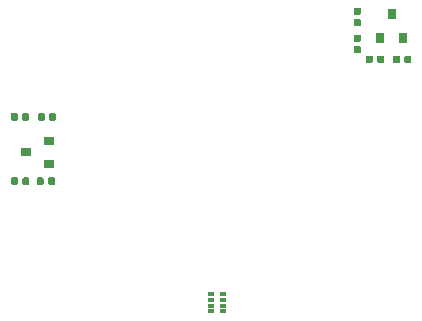
<source format=gbr>
G04 #@! TF.GenerationSoftware,KiCad,Pcbnew,5.1.2+dfsg1-1*
G04 #@! TF.CreationDate,2019-08-07T20:01:01+08:00*
G04 #@! TF.ProjectId,LCD_MINI,4c43445f-4d49-44e4-992e-6b696361645f,rev?*
G04 #@! TF.SameCoordinates,Original*
G04 #@! TF.FileFunction,Paste,Bot*
G04 #@! TF.FilePolarity,Positive*
%FSLAX46Y46*%
G04 Gerber Fmt 4.6, Leading zero omitted, Abs format (unit mm)*
G04 Created by KiCad (PCBNEW 5.1.2+dfsg1-1) date 2019-08-07 20:01:01*
%MOMM*%
%LPD*%
G04 APERTURE LIST*
%ADD10R,0.500000X0.320000*%
%ADD11C,0.100000*%
%ADD12C,0.590000*%
%ADD13R,0.800000X0.900000*%
%ADD14R,0.900000X0.800000*%
G04 APERTURE END LIST*
D10*
X153300000Y-107550000D03*
X153300000Y-107050000D03*
X153300000Y-106050000D03*
X153300000Y-106550000D03*
X154300000Y-107550000D03*
X154300000Y-106550000D03*
X154300000Y-107050000D03*
X154300000Y-106050000D03*
D11*
G36*
X165886958Y-85090710D02*
G01*
X165901276Y-85092834D01*
X165915317Y-85096351D01*
X165928946Y-85101228D01*
X165942031Y-85107417D01*
X165954447Y-85114858D01*
X165966073Y-85123481D01*
X165976798Y-85133202D01*
X165986519Y-85143927D01*
X165995142Y-85155553D01*
X166002583Y-85167969D01*
X166008772Y-85181054D01*
X166013649Y-85194683D01*
X166017166Y-85208724D01*
X166019290Y-85223042D01*
X166020000Y-85237500D01*
X166020000Y-85532500D01*
X166019290Y-85546958D01*
X166017166Y-85561276D01*
X166013649Y-85575317D01*
X166008772Y-85588946D01*
X166002583Y-85602031D01*
X165995142Y-85614447D01*
X165986519Y-85626073D01*
X165976798Y-85636798D01*
X165966073Y-85646519D01*
X165954447Y-85655142D01*
X165942031Y-85662583D01*
X165928946Y-85668772D01*
X165915317Y-85673649D01*
X165901276Y-85677166D01*
X165886958Y-85679290D01*
X165872500Y-85680000D01*
X165527500Y-85680000D01*
X165513042Y-85679290D01*
X165498724Y-85677166D01*
X165484683Y-85673649D01*
X165471054Y-85668772D01*
X165457969Y-85662583D01*
X165445553Y-85655142D01*
X165433927Y-85646519D01*
X165423202Y-85636798D01*
X165413481Y-85626073D01*
X165404858Y-85614447D01*
X165397417Y-85602031D01*
X165391228Y-85588946D01*
X165386351Y-85575317D01*
X165382834Y-85561276D01*
X165380710Y-85546958D01*
X165380000Y-85532500D01*
X165380000Y-85237500D01*
X165380710Y-85223042D01*
X165382834Y-85208724D01*
X165386351Y-85194683D01*
X165391228Y-85181054D01*
X165397417Y-85167969D01*
X165404858Y-85155553D01*
X165413481Y-85143927D01*
X165423202Y-85133202D01*
X165433927Y-85123481D01*
X165445553Y-85114858D01*
X165457969Y-85107417D01*
X165471054Y-85101228D01*
X165484683Y-85096351D01*
X165498724Y-85092834D01*
X165513042Y-85090710D01*
X165527500Y-85090000D01*
X165872500Y-85090000D01*
X165886958Y-85090710D01*
X165886958Y-85090710D01*
G37*
D12*
X165700000Y-85385000D03*
D11*
G36*
X165886958Y-84120710D02*
G01*
X165901276Y-84122834D01*
X165915317Y-84126351D01*
X165928946Y-84131228D01*
X165942031Y-84137417D01*
X165954447Y-84144858D01*
X165966073Y-84153481D01*
X165976798Y-84163202D01*
X165986519Y-84173927D01*
X165995142Y-84185553D01*
X166002583Y-84197969D01*
X166008772Y-84211054D01*
X166013649Y-84224683D01*
X166017166Y-84238724D01*
X166019290Y-84253042D01*
X166020000Y-84267500D01*
X166020000Y-84562500D01*
X166019290Y-84576958D01*
X166017166Y-84591276D01*
X166013649Y-84605317D01*
X166008772Y-84618946D01*
X166002583Y-84632031D01*
X165995142Y-84644447D01*
X165986519Y-84656073D01*
X165976798Y-84666798D01*
X165966073Y-84676519D01*
X165954447Y-84685142D01*
X165942031Y-84692583D01*
X165928946Y-84698772D01*
X165915317Y-84703649D01*
X165901276Y-84707166D01*
X165886958Y-84709290D01*
X165872500Y-84710000D01*
X165527500Y-84710000D01*
X165513042Y-84709290D01*
X165498724Y-84707166D01*
X165484683Y-84703649D01*
X165471054Y-84698772D01*
X165457969Y-84692583D01*
X165445553Y-84685142D01*
X165433927Y-84676519D01*
X165423202Y-84666798D01*
X165413481Y-84656073D01*
X165404858Y-84644447D01*
X165397417Y-84632031D01*
X165391228Y-84618946D01*
X165386351Y-84605317D01*
X165382834Y-84591276D01*
X165380710Y-84576958D01*
X165380000Y-84562500D01*
X165380000Y-84267500D01*
X165380710Y-84253042D01*
X165382834Y-84238724D01*
X165386351Y-84224683D01*
X165391228Y-84211054D01*
X165397417Y-84197969D01*
X165404858Y-84185553D01*
X165413481Y-84173927D01*
X165423202Y-84163202D01*
X165433927Y-84153481D01*
X165445553Y-84144858D01*
X165457969Y-84137417D01*
X165471054Y-84131228D01*
X165484683Y-84126351D01*
X165498724Y-84122834D01*
X165513042Y-84120710D01*
X165527500Y-84120000D01*
X165872500Y-84120000D01*
X165886958Y-84120710D01*
X165886958Y-84120710D01*
G37*
D12*
X165700000Y-84415000D03*
D11*
G36*
X167846958Y-85880710D02*
G01*
X167861276Y-85882834D01*
X167875317Y-85886351D01*
X167888946Y-85891228D01*
X167902031Y-85897417D01*
X167914447Y-85904858D01*
X167926073Y-85913481D01*
X167936798Y-85923202D01*
X167946519Y-85933927D01*
X167955142Y-85945553D01*
X167962583Y-85957969D01*
X167968772Y-85971054D01*
X167973649Y-85984683D01*
X167977166Y-85998724D01*
X167979290Y-86013042D01*
X167980000Y-86027500D01*
X167980000Y-86372500D01*
X167979290Y-86386958D01*
X167977166Y-86401276D01*
X167973649Y-86415317D01*
X167968772Y-86428946D01*
X167962583Y-86442031D01*
X167955142Y-86454447D01*
X167946519Y-86466073D01*
X167936798Y-86476798D01*
X167926073Y-86486519D01*
X167914447Y-86495142D01*
X167902031Y-86502583D01*
X167888946Y-86508772D01*
X167875317Y-86513649D01*
X167861276Y-86517166D01*
X167846958Y-86519290D01*
X167832500Y-86520000D01*
X167537500Y-86520000D01*
X167523042Y-86519290D01*
X167508724Y-86517166D01*
X167494683Y-86513649D01*
X167481054Y-86508772D01*
X167467969Y-86502583D01*
X167455553Y-86495142D01*
X167443927Y-86486519D01*
X167433202Y-86476798D01*
X167423481Y-86466073D01*
X167414858Y-86454447D01*
X167407417Y-86442031D01*
X167401228Y-86428946D01*
X167396351Y-86415317D01*
X167392834Y-86401276D01*
X167390710Y-86386958D01*
X167390000Y-86372500D01*
X167390000Y-86027500D01*
X167390710Y-86013042D01*
X167392834Y-85998724D01*
X167396351Y-85984683D01*
X167401228Y-85971054D01*
X167407417Y-85957969D01*
X167414858Y-85945553D01*
X167423481Y-85933927D01*
X167433202Y-85923202D01*
X167443927Y-85913481D01*
X167455553Y-85904858D01*
X167467969Y-85897417D01*
X167481054Y-85891228D01*
X167494683Y-85886351D01*
X167508724Y-85882834D01*
X167523042Y-85880710D01*
X167537500Y-85880000D01*
X167832500Y-85880000D01*
X167846958Y-85880710D01*
X167846958Y-85880710D01*
G37*
D12*
X167685000Y-86200000D03*
D11*
G36*
X166876958Y-85880710D02*
G01*
X166891276Y-85882834D01*
X166905317Y-85886351D01*
X166918946Y-85891228D01*
X166932031Y-85897417D01*
X166944447Y-85904858D01*
X166956073Y-85913481D01*
X166966798Y-85923202D01*
X166976519Y-85933927D01*
X166985142Y-85945553D01*
X166992583Y-85957969D01*
X166998772Y-85971054D01*
X167003649Y-85984683D01*
X167007166Y-85998724D01*
X167009290Y-86013042D01*
X167010000Y-86027500D01*
X167010000Y-86372500D01*
X167009290Y-86386958D01*
X167007166Y-86401276D01*
X167003649Y-86415317D01*
X166998772Y-86428946D01*
X166992583Y-86442031D01*
X166985142Y-86454447D01*
X166976519Y-86466073D01*
X166966798Y-86476798D01*
X166956073Y-86486519D01*
X166944447Y-86495142D01*
X166932031Y-86502583D01*
X166918946Y-86508772D01*
X166905317Y-86513649D01*
X166891276Y-86517166D01*
X166876958Y-86519290D01*
X166862500Y-86520000D01*
X166567500Y-86520000D01*
X166553042Y-86519290D01*
X166538724Y-86517166D01*
X166524683Y-86513649D01*
X166511054Y-86508772D01*
X166497969Y-86502583D01*
X166485553Y-86495142D01*
X166473927Y-86486519D01*
X166463202Y-86476798D01*
X166453481Y-86466073D01*
X166444858Y-86454447D01*
X166437417Y-86442031D01*
X166431228Y-86428946D01*
X166426351Y-86415317D01*
X166422834Y-86401276D01*
X166420710Y-86386958D01*
X166420000Y-86372500D01*
X166420000Y-86027500D01*
X166420710Y-86013042D01*
X166422834Y-85998724D01*
X166426351Y-85984683D01*
X166431228Y-85971054D01*
X166437417Y-85957969D01*
X166444858Y-85945553D01*
X166453481Y-85933927D01*
X166463202Y-85923202D01*
X166473927Y-85913481D01*
X166485553Y-85904858D01*
X166497969Y-85897417D01*
X166511054Y-85891228D01*
X166524683Y-85886351D01*
X166538724Y-85882834D01*
X166553042Y-85880710D01*
X166567500Y-85880000D01*
X166862500Y-85880000D01*
X166876958Y-85880710D01*
X166876958Y-85880710D01*
G37*
D12*
X166715000Y-86200000D03*
D11*
G36*
X170146958Y-85880710D02*
G01*
X170161276Y-85882834D01*
X170175317Y-85886351D01*
X170188946Y-85891228D01*
X170202031Y-85897417D01*
X170214447Y-85904858D01*
X170226073Y-85913481D01*
X170236798Y-85923202D01*
X170246519Y-85933927D01*
X170255142Y-85945553D01*
X170262583Y-85957969D01*
X170268772Y-85971054D01*
X170273649Y-85984683D01*
X170277166Y-85998724D01*
X170279290Y-86013042D01*
X170280000Y-86027500D01*
X170280000Y-86372500D01*
X170279290Y-86386958D01*
X170277166Y-86401276D01*
X170273649Y-86415317D01*
X170268772Y-86428946D01*
X170262583Y-86442031D01*
X170255142Y-86454447D01*
X170246519Y-86466073D01*
X170236798Y-86476798D01*
X170226073Y-86486519D01*
X170214447Y-86495142D01*
X170202031Y-86502583D01*
X170188946Y-86508772D01*
X170175317Y-86513649D01*
X170161276Y-86517166D01*
X170146958Y-86519290D01*
X170132500Y-86520000D01*
X169837500Y-86520000D01*
X169823042Y-86519290D01*
X169808724Y-86517166D01*
X169794683Y-86513649D01*
X169781054Y-86508772D01*
X169767969Y-86502583D01*
X169755553Y-86495142D01*
X169743927Y-86486519D01*
X169733202Y-86476798D01*
X169723481Y-86466073D01*
X169714858Y-86454447D01*
X169707417Y-86442031D01*
X169701228Y-86428946D01*
X169696351Y-86415317D01*
X169692834Y-86401276D01*
X169690710Y-86386958D01*
X169690000Y-86372500D01*
X169690000Y-86027500D01*
X169690710Y-86013042D01*
X169692834Y-85998724D01*
X169696351Y-85984683D01*
X169701228Y-85971054D01*
X169707417Y-85957969D01*
X169714858Y-85945553D01*
X169723481Y-85933927D01*
X169733202Y-85923202D01*
X169743927Y-85913481D01*
X169755553Y-85904858D01*
X169767969Y-85897417D01*
X169781054Y-85891228D01*
X169794683Y-85886351D01*
X169808724Y-85882834D01*
X169823042Y-85880710D01*
X169837500Y-85880000D01*
X170132500Y-85880000D01*
X170146958Y-85880710D01*
X170146958Y-85880710D01*
G37*
D12*
X169985000Y-86200000D03*
D11*
G36*
X169176958Y-85880710D02*
G01*
X169191276Y-85882834D01*
X169205317Y-85886351D01*
X169218946Y-85891228D01*
X169232031Y-85897417D01*
X169244447Y-85904858D01*
X169256073Y-85913481D01*
X169266798Y-85923202D01*
X169276519Y-85933927D01*
X169285142Y-85945553D01*
X169292583Y-85957969D01*
X169298772Y-85971054D01*
X169303649Y-85984683D01*
X169307166Y-85998724D01*
X169309290Y-86013042D01*
X169310000Y-86027500D01*
X169310000Y-86372500D01*
X169309290Y-86386958D01*
X169307166Y-86401276D01*
X169303649Y-86415317D01*
X169298772Y-86428946D01*
X169292583Y-86442031D01*
X169285142Y-86454447D01*
X169276519Y-86466073D01*
X169266798Y-86476798D01*
X169256073Y-86486519D01*
X169244447Y-86495142D01*
X169232031Y-86502583D01*
X169218946Y-86508772D01*
X169205317Y-86513649D01*
X169191276Y-86517166D01*
X169176958Y-86519290D01*
X169162500Y-86520000D01*
X168867500Y-86520000D01*
X168853042Y-86519290D01*
X168838724Y-86517166D01*
X168824683Y-86513649D01*
X168811054Y-86508772D01*
X168797969Y-86502583D01*
X168785553Y-86495142D01*
X168773927Y-86486519D01*
X168763202Y-86476798D01*
X168753481Y-86466073D01*
X168744858Y-86454447D01*
X168737417Y-86442031D01*
X168731228Y-86428946D01*
X168726351Y-86415317D01*
X168722834Y-86401276D01*
X168720710Y-86386958D01*
X168720000Y-86372500D01*
X168720000Y-86027500D01*
X168720710Y-86013042D01*
X168722834Y-85998724D01*
X168726351Y-85984683D01*
X168731228Y-85971054D01*
X168737417Y-85957969D01*
X168744858Y-85945553D01*
X168753481Y-85933927D01*
X168763202Y-85923202D01*
X168773927Y-85913481D01*
X168785553Y-85904858D01*
X168797969Y-85897417D01*
X168811054Y-85891228D01*
X168824683Y-85886351D01*
X168838724Y-85882834D01*
X168853042Y-85880710D01*
X168867500Y-85880000D01*
X169162500Y-85880000D01*
X169176958Y-85880710D01*
X169176958Y-85880710D01*
G37*
D12*
X169015000Y-86200000D03*
D11*
G36*
X139006958Y-96200710D02*
G01*
X139021276Y-96202834D01*
X139035317Y-96206351D01*
X139048946Y-96211228D01*
X139062031Y-96217417D01*
X139074447Y-96224858D01*
X139086073Y-96233481D01*
X139096798Y-96243202D01*
X139106519Y-96253927D01*
X139115142Y-96265553D01*
X139122583Y-96277969D01*
X139128772Y-96291054D01*
X139133649Y-96304683D01*
X139137166Y-96318724D01*
X139139290Y-96333042D01*
X139140000Y-96347500D01*
X139140000Y-96692500D01*
X139139290Y-96706958D01*
X139137166Y-96721276D01*
X139133649Y-96735317D01*
X139128772Y-96748946D01*
X139122583Y-96762031D01*
X139115142Y-96774447D01*
X139106519Y-96786073D01*
X139096798Y-96796798D01*
X139086073Y-96806519D01*
X139074447Y-96815142D01*
X139062031Y-96822583D01*
X139048946Y-96828772D01*
X139035317Y-96833649D01*
X139021276Y-96837166D01*
X139006958Y-96839290D01*
X138992500Y-96840000D01*
X138697500Y-96840000D01*
X138683042Y-96839290D01*
X138668724Y-96837166D01*
X138654683Y-96833649D01*
X138641054Y-96828772D01*
X138627969Y-96822583D01*
X138615553Y-96815142D01*
X138603927Y-96806519D01*
X138593202Y-96796798D01*
X138583481Y-96786073D01*
X138574858Y-96774447D01*
X138567417Y-96762031D01*
X138561228Y-96748946D01*
X138556351Y-96735317D01*
X138552834Y-96721276D01*
X138550710Y-96706958D01*
X138550000Y-96692500D01*
X138550000Y-96347500D01*
X138550710Y-96333042D01*
X138552834Y-96318724D01*
X138556351Y-96304683D01*
X138561228Y-96291054D01*
X138567417Y-96277969D01*
X138574858Y-96265553D01*
X138583481Y-96253927D01*
X138593202Y-96243202D01*
X138603927Y-96233481D01*
X138615553Y-96224858D01*
X138627969Y-96217417D01*
X138641054Y-96211228D01*
X138654683Y-96206351D01*
X138668724Y-96202834D01*
X138683042Y-96200710D01*
X138697500Y-96200000D01*
X138992500Y-96200000D01*
X139006958Y-96200710D01*
X139006958Y-96200710D01*
G37*
D12*
X138845000Y-96520000D03*
D11*
G36*
X139976958Y-96200710D02*
G01*
X139991276Y-96202834D01*
X140005317Y-96206351D01*
X140018946Y-96211228D01*
X140032031Y-96217417D01*
X140044447Y-96224858D01*
X140056073Y-96233481D01*
X140066798Y-96243202D01*
X140076519Y-96253927D01*
X140085142Y-96265553D01*
X140092583Y-96277969D01*
X140098772Y-96291054D01*
X140103649Y-96304683D01*
X140107166Y-96318724D01*
X140109290Y-96333042D01*
X140110000Y-96347500D01*
X140110000Y-96692500D01*
X140109290Y-96706958D01*
X140107166Y-96721276D01*
X140103649Y-96735317D01*
X140098772Y-96748946D01*
X140092583Y-96762031D01*
X140085142Y-96774447D01*
X140076519Y-96786073D01*
X140066798Y-96796798D01*
X140056073Y-96806519D01*
X140044447Y-96815142D01*
X140032031Y-96822583D01*
X140018946Y-96828772D01*
X140005317Y-96833649D01*
X139991276Y-96837166D01*
X139976958Y-96839290D01*
X139962500Y-96840000D01*
X139667500Y-96840000D01*
X139653042Y-96839290D01*
X139638724Y-96837166D01*
X139624683Y-96833649D01*
X139611054Y-96828772D01*
X139597969Y-96822583D01*
X139585553Y-96815142D01*
X139573927Y-96806519D01*
X139563202Y-96796798D01*
X139553481Y-96786073D01*
X139544858Y-96774447D01*
X139537417Y-96762031D01*
X139531228Y-96748946D01*
X139526351Y-96735317D01*
X139522834Y-96721276D01*
X139520710Y-96706958D01*
X139520000Y-96692500D01*
X139520000Y-96347500D01*
X139520710Y-96333042D01*
X139522834Y-96318724D01*
X139526351Y-96304683D01*
X139531228Y-96291054D01*
X139537417Y-96277969D01*
X139544858Y-96265553D01*
X139553481Y-96253927D01*
X139563202Y-96243202D01*
X139573927Y-96233481D01*
X139585553Y-96224858D01*
X139597969Y-96217417D01*
X139611054Y-96211228D01*
X139624683Y-96206351D01*
X139638724Y-96202834D01*
X139653042Y-96200710D01*
X139667500Y-96200000D01*
X139962500Y-96200000D01*
X139976958Y-96200710D01*
X139976958Y-96200710D01*
G37*
D12*
X139815000Y-96520000D03*
D11*
G36*
X137776958Y-90760710D02*
G01*
X137791276Y-90762834D01*
X137805317Y-90766351D01*
X137818946Y-90771228D01*
X137832031Y-90777417D01*
X137844447Y-90784858D01*
X137856073Y-90793481D01*
X137866798Y-90803202D01*
X137876519Y-90813927D01*
X137885142Y-90825553D01*
X137892583Y-90837969D01*
X137898772Y-90851054D01*
X137903649Y-90864683D01*
X137907166Y-90878724D01*
X137909290Y-90893042D01*
X137910000Y-90907500D01*
X137910000Y-91252500D01*
X137909290Y-91266958D01*
X137907166Y-91281276D01*
X137903649Y-91295317D01*
X137898772Y-91308946D01*
X137892583Y-91322031D01*
X137885142Y-91334447D01*
X137876519Y-91346073D01*
X137866798Y-91356798D01*
X137856073Y-91366519D01*
X137844447Y-91375142D01*
X137832031Y-91382583D01*
X137818946Y-91388772D01*
X137805317Y-91393649D01*
X137791276Y-91397166D01*
X137776958Y-91399290D01*
X137762500Y-91400000D01*
X137467500Y-91400000D01*
X137453042Y-91399290D01*
X137438724Y-91397166D01*
X137424683Y-91393649D01*
X137411054Y-91388772D01*
X137397969Y-91382583D01*
X137385553Y-91375142D01*
X137373927Y-91366519D01*
X137363202Y-91356798D01*
X137353481Y-91346073D01*
X137344858Y-91334447D01*
X137337417Y-91322031D01*
X137331228Y-91308946D01*
X137326351Y-91295317D01*
X137322834Y-91281276D01*
X137320710Y-91266958D01*
X137320000Y-91252500D01*
X137320000Y-90907500D01*
X137320710Y-90893042D01*
X137322834Y-90878724D01*
X137326351Y-90864683D01*
X137331228Y-90851054D01*
X137337417Y-90837969D01*
X137344858Y-90825553D01*
X137353481Y-90813927D01*
X137363202Y-90803202D01*
X137373927Y-90793481D01*
X137385553Y-90784858D01*
X137397969Y-90777417D01*
X137411054Y-90771228D01*
X137424683Y-90766351D01*
X137438724Y-90762834D01*
X137453042Y-90760710D01*
X137467500Y-90760000D01*
X137762500Y-90760000D01*
X137776958Y-90760710D01*
X137776958Y-90760710D01*
G37*
D12*
X137615000Y-91080000D03*
D11*
G36*
X136806958Y-90760710D02*
G01*
X136821276Y-90762834D01*
X136835317Y-90766351D01*
X136848946Y-90771228D01*
X136862031Y-90777417D01*
X136874447Y-90784858D01*
X136886073Y-90793481D01*
X136896798Y-90803202D01*
X136906519Y-90813927D01*
X136915142Y-90825553D01*
X136922583Y-90837969D01*
X136928772Y-90851054D01*
X136933649Y-90864683D01*
X136937166Y-90878724D01*
X136939290Y-90893042D01*
X136940000Y-90907500D01*
X136940000Y-91252500D01*
X136939290Y-91266958D01*
X136937166Y-91281276D01*
X136933649Y-91295317D01*
X136928772Y-91308946D01*
X136922583Y-91322031D01*
X136915142Y-91334447D01*
X136906519Y-91346073D01*
X136896798Y-91356798D01*
X136886073Y-91366519D01*
X136874447Y-91375142D01*
X136862031Y-91382583D01*
X136848946Y-91388772D01*
X136835317Y-91393649D01*
X136821276Y-91397166D01*
X136806958Y-91399290D01*
X136792500Y-91400000D01*
X136497500Y-91400000D01*
X136483042Y-91399290D01*
X136468724Y-91397166D01*
X136454683Y-91393649D01*
X136441054Y-91388772D01*
X136427969Y-91382583D01*
X136415553Y-91375142D01*
X136403927Y-91366519D01*
X136393202Y-91356798D01*
X136383481Y-91346073D01*
X136374858Y-91334447D01*
X136367417Y-91322031D01*
X136361228Y-91308946D01*
X136356351Y-91295317D01*
X136352834Y-91281276D01*
X136350710Y-91266958D01*
X136350000Y-91252500D01*
X136350000Y-90907500D01*
X136350710Y-90893042D01*
X136352834Y-90878724D01*
X136356351Y-90864683D01*
X136361228Y-90851054D01*
X136367417Y-90837969D01*
X136374858Y-90825553D01*
X136383481Y-90813927D01*
X136393202Y-90803202D01*
X136403927Y-90793481D01*
X136415553Y-90784858D01*
X136427969Y-90777417D01*
X136441054Y-90771228D01*
X136454683Y-90766351D01*
X136468724Y-90762834D01*
X136483042Y-90760710D01*
X136497500Y-90760000D01*
X136792500Y-90760000D01*
X136806958Y-90760710D01*
X136806958Y-90760710D01*
G37*
D12*
X136645000Y-91080000D03*
D11*
G36*
X139106958Y-90760710D02*
G01*
X139121276Y-90762834D01*
X139135317Y-90766351D01*
X139148946Y-90771228D01*
X139162031Y-90777417D01*
X139174447Y-90784858D01*
X139186073Y-90793481D01*
X139196798Y-90803202D01*
X139206519Y-90813927D01*
X139215142Y-90825553D01*
X139222583Y-90837969D01*
X139228772Y-90851054D01*
X139233649Y-90864683D01*
X139237166Y-90878724D01*
X139239290Y-90893042D01*
X139240000Y-90907500D01*
X139240000Y-91252500D01*
X139239290Y-91266958D01*
X139237166Y-91281276D01*
X139233649Y-91295317D01*
X139228772Y-91308946D01*
X139222583Y-91322031D01*
X139215142Y-91334447D01*
X139206519Y-91346073D01*
X139196798Y-91356798D01*
X139186073Y-91366519D01*
X139174447Y-91375142D01*
X139162031Y-91382583D01*
X139148946Y-91388772D01*
X139135317Y-91393649D01*
X139121276Y-91397166D01*
X139106958Y-91399290D01*
X139092500Y-91400000D01*
X138797500Y-91400000D01*
X138783042Y-91399290D01*
X138768724Y-91397166D01*
X138754683Y-91393649D01*
X138741054Y-91388772D01*
X138727969Y-91382583D01*
X138715553Y-91375142D01*
X138703927Y-91366519D01*
X138693202Y-91356798D01*
X138683481Y-91346073D01*
X138674858Y-91334447D01*
X138667417Y-91322031D01*
X138661228Y-91308946D01*
X138656351Y-91295317D01*
X138652834Y-91281276D01*
X138650710Y-91266958D01*
X138650000Y-91252500D01*
X138650000Y-90907500D01*
X138650710Y-90893042D01*
X138652834Y-90878724D01*
X138656351Y-90864683D01*
X138661228Y-90851054D01*
X138667417Y-90837969D01*
X138674858Y-90825553D01*
X138683481Y-90813927D01*
X138693202Y-90803202D01*
X138703927Y-90793481D01*
X138715553Y-90784858D01*
X138727969Y-90777417D01*
X138741054Y-90771228D01*
X138754683Y-90766351D01*
X138768724Y-90762834D01*
X138783042Y-90760710D01*
X138797500Y-90760000D01*
X139092500Y-90760000D01*
X139106958Y-90760710D01*
X139106958Y-90760710D01*
G37*
D12*
X138945000Y-91080000D03*
D11*
G36*
X140076958Y-90760710D02*
G01*
X140091276Y-90762834D01*
X140105317Y-90766351D01*
X140118946Y-90771228D01*
X140132031Y-90777417D01*
X140144447Y-90784858D01*
X140156073Y-90793481D01*
X140166798Y-90803202D01*
X140176519Y-90813927D01*
X140185142Y-90825553D01*
X140192583Y-90837969D01*
X140198772Y-90851054D01*
X140203649Y-90864683D01*
X140207166Y-90878724D01*
X140209290Y-90893042D01*
X140210000Y-90907500D01*
X140210000Y-91252500D01*
X140209290Y-91266958D01*
X140207166Y-91281276D01*
X140203649Y-91295317D01*
X140198772Y-91308946D01*
X140192583Y-91322031D01*
X140185142Y-91334447D01*
X140176519Y-91346073D01*
X140166798Y-91356798D01*
X140156073Y-91366519D01*
X140144447Y-91375142D01*
X140132031Y-91382583D01*
X140118946Y-91388772D01*
X140105317Y-91393649D01*
X140091276Y-91397166D01*
X140076958Y-91399290D01*
X140062500Y-91400000D01*
X139767500Y-91400000D01*
X139753042Y-91399290D01*
X139738724Y-91397166D01*
X139724683Y-91393649D01*
X139711054Y-91388772D01*
X139697969Y-91382583D01*
X139685553Y-91375142D01*
X139673927Y-91366519D01*
X139663202Y-91356798D01*
X139653481Y-91346073D01*
X139644858Y-91334447D01*
X139637417Y-91322031D01*
X139631228Y-91308946D01*
X139626351Y-91295317D01*
X139622834Y-91281276D01*
X139620710Y-91266958D01*
X139620000Y-91252500D01*
X139620000Y-90907500D01*
X139620710Y-90893042D01*
X139622834Y-90878724D01*
X139626351Y-90864683D01*
X139631228Y-90851054D01*
X139637417Y-90837969D01*
X139644858Y-90825553D01*
X139653481Y-90813927D01*
X139663202Y-90803202D01*
X139673927Y-90793481D01*
X139685553Y-90784858D01*
X139697969Y-90777417D01*
X139711054Y-90771228D01*
X139724683Y-90766351D01*
X139738724Y-90762834D01*
X139753042Y-90760710D01*
X139767500Y-90760000D01*
X140062500Y-90760000D01*
X140076958Y-90760710D01*
X140076958Y-90760710D01*
G37*
D12*
X139915000Y-91080000D03*
D13*
X168600000Y-82400000D03*
X167650000Y-84400000D03*
X169550000Y-84400000D03*
D14*
X137630000Y-94080000D03*
X139630000Y-95030000D03*
X139630000Y-93130000D03*
D11*
G36*
X165886958Y-82805710D02*
G01*
X165901276Y-82807834D01*
X165915317Y-82811351D01*
X165928946Y-82816228D01*
X165942031Y-82822417D01*
X165954447Y-82829858D01*
X165966073Y-82838481D01*
X165976798Y-82848202D01*
X165986519Y-82858927D01*
X165995142Y-82870553D01*
X166002583Y-82882969D01*
X166008772Y-82896054D01*
X166013649Y-82909683D01*
X166017166Y-82923724D01*
X166019290Y-82938042D01*
X166020000Y-82952500D01*
X166020000Y-83247500D01*
X166019290Y-83261958D01*
X166017166Y-83276276D01*
X166013649Y-83290317D01*
X166008772Y-83303946D01*
X166002583Y-83317031D01*
X165995142Y-83329447D01*
X165986519Y-83341073D01*
X165976798Y-83351798D01*
X165966073Y-83361519D01*
X165954447Y-83370142D01*
X165942031Y-83377583D01*
X165928946Y-83383772D01*
X165915317Y-83388649D01*
X165901276Y-83392166D01*
X165886958Y-83394290D01*
X165872500Y-83395000D01*
X165527500Y-83395000D01*
X165513042Y-83394290D01*
X165498724Y-83392166D01*
X165484683Y-83388649D01*
X165471054Y-83383772D01*
X165457969Y-83377583D01*
X165445553Y-83370142D01*
X165433927Y-83361519D01*
X165423202Y-83351798D01*
X165413481Y-83341073D01*
X165404858Y-83329447D01*
X165397417Y-83317031D01*
X165391228Y-83303946D01*
X165386351Y-83290317D01*
X165382834Y-83276276D01*
X165380710Y-83261958D01*
X165380000Y-83247500D01*
X165380000Y-82952500D01*
X165380710Y-82938042D01*
X165382834Y-82923724D01*
X165386351Y-82909683D01*
X165391228Y-82896054D01*
X165397417Y-82882969D01*
X165404858Y-82870553D01*
X165413481Y-82858927D01*
X165423202Y-82848202D01*
X165433927Y-82838481D01*
X165445553Y-82829858D01*
X165457969Y-82822417D01*
X165471054Y-82816228D01*
X165484683Y-82811351D01*
X165498724Y-82807834D01*
X165513042Y-82805710D01*
X165527500Y-82805000D01*
X165872500Y-82805000D01*
X165886958Y-82805710D01*
X165886958Y-82805710D01*
G37*
D12*
X165700000Y-83100000D03*
D11*
G36*
X165886958Y-81835710D02*
G01*
X165901276Y-81837834D01*
X165915317Y-81841351D01*
X165928946Y-81846228D01*
X165942031Y-81852417D01*
X165954447Y-81859858D01*
X165966073Y-81868481D01*
X165976798Y-81878202D01*
X165986519Y-81888927D01*
X165995142Y-81900553D01*
X166002583Y-81912969D01*
X166008772Y-81926054D01*
X166013649Y-81939683D01*
X166017166Y-81953724D01*
X166019290Y-81968042D01*
X166020000Y-81982500D01*
X166020000Y-82277500D01*
X166019290Y-82291958D01*
X166017166Y-82306276D01*
X166013649Y-82320317D01*
X166008772Y-82333946D01*
X166002583Y-82347031D01*
X165995142Y-82359447D01*
X165986519Y-82371073D01*
X165976798Y-82381798D01*
X165966073Y-82391519D01*
X165954447Y-82400142D01*
X165942031Y-82407583D01*
X165928946Y-82413772D01*
X165915317Y-82418649D01*
X165901276Y-82422166D01*
X165886958Y-82424290D01*
X165872500Y-82425000D01*
X165527500Y-82425000D01*
X165513042Y-82424290D01*
X165498724Y-82422166D01*
X165484683Y-82418649D01*
X165471054Y-82413772D01*
X165457969Y-82407583D01*
X165445553Y-82400142D01*
X165433927Y-82391519D01*
X165423202Y-82381798D01*
X165413481Y-82371073D01*
X165404858Y-82359447D01*
X165397417Y-82347031D01*
X165391228Y-82333946D01*
X165386351Y-82320317D01*
X165382834Y-82306276D01*
X165380710Y-82291958D01*
X165380000Y-82277500D01*
X165380000Y-81982500D01*
X165380710Y-81968042D01*
X165382834Y-81953724D01*
X165386351Y-81939683D01*
X165391228Y-81926054D01*
X165397417Y-81912969D01*
X165404858Y-81900553D01*
X165413481Y-81888927D01*
X165423202Y-81878202D01*
X165433927Y-81868481D01*
X165445553Y-81859858D01*
X165457969Y-81852417D01*
X165471054Y-81846228D01*
X165484683Y-81841351D01*
X165498724Y-81837834D01*
X165513042Y-81835710D01*
X165527500Y-81835000D01*
X165872500Y-81835000D01*
X165886958Y-81835710D01*
X165886958Y-81835710D01*
G37*
D12*
X165700000Y-82130000D03*
D11*
G36*
X137806958Y-96200710D02*
G01*
X137821276Y-96202834D01*
X137835317Y-96206351D01*
X137848946Y-96211228D01*
X137862031Y-96217417D01*
X137874447Y-96224858D01*
X137886073Y-96233481D01*
X137896798Y-96243202D01*
X137906519Y-96253927D01*
X137915142Y-96265553D01*
X137922583Y-96277969D01*
X137928772Y-96291054D01*
X137933649Y-96304683D01*
X137937166Y-96318724D01*
X137939290Y-96333042D01*
X137940000Y-96347500D01*
X137940000Y-96692500D01*
X137939290Y-96706958D01*
X137937166Y-96721276D01*
X137933649Y-96735317D01*
X137928772Y-96748946D01*
X137922583Y-96762031D01*
X137915142Y-96774447D01*
X137906519Y-96786073D01*
X137896798Y-96796798D01*
X137886073Y-96806519D01*
X137874447Y-96815142D01*
X137862031Y-96822583D01*
X137848946Y-96828772D01*
X137835317Y-96833649D01*
X137821276Y-96837166D01*
X137806958Y-96839290D01*
X137792500Y-96840000D01*
X137497500Y-96840000D01*
X137483042Y-96839290D01*
X137468724Y-96837166D01*
X137454683Y-96833649D01*
X137441054Y-96828772D01*
X137427969Y-96822583D01*
X137415553Y-96815142D01*
X137403927Y-96806519D01*
X137393202Y-96796798D01*
X137383481Y-96786073D01*
X137374858Y-96774447D01*
X137367417Y-96762031D01*
X137361228Y-96748946D01*
X137356351Y-96735317D01*
X137352834Y-96721276D01*
X137350710Y-96706958D01*
X137350000Y-96692500D01*
X137350000Y-96347500D01*
X137350710Y-96333042D01*
X137352834Y-96318724D01*
X137356351Y-96304683D01*
X137361228Y-96291054D01*
X137367417Y-96277969D01*
X137374858Y-96265553D01*
X137383481Y-96253927D01*
X137393202Y-96243202D01*
X137403927Y-96233481D01*
X137415553Y-96224858D01*
X137427969Y-96217417D01*
X137441054Y-96211228D01*
X137454683Y-96206351D01*
X137468724Y-96202834D01*
X137483042Y-96200710D01*
X137497500Y-96200000D01*
X137792500Y-96200000D01*
X137806958Y-96200710D01*
X137806958Y-96200710D01*
G37*
D12*
X137645000Y-96520000D03*
D11*
G36*
X136836958Y-96200710D02*
G01*
X136851276Y-96202834D01*
X136865317Y-96206351D01*
X136878946Y-96211228D01*
X136892031Y-96217417D01*
X136904447Y-96224858D01*
X136916073Y-96233481D01*
X136926798Y-96243202D01*
X136936519Y-96253927D01*
X136945142Y-96265553D01*
X136952583Y-96277969D01*
X136958772Y-96291054D01*
X136963649Y-96304683D01*
X136967166Y-96318724D01*
X136969290Y-96333042D01*
X136970000Y-96347500D01*
X136970000Y-96692500D01*
X136969290Y-96706958D01*
X136967166Y-96721276D01*
X136963649Y-96735317D01*
X136958772Y-96748946D01*
X136952583Y-96762031D01*
X136945142Y-96774447D01*
X136936519Y-96786073D01*
X136926798Y-96796798D01*
X136916073Y-96806519D01*
X136904447Y-96815142D01*
X136892031Y-96822583D01*
X136878946Y-96828772D01*
X136865317Y-96833649D01*
X136851276Y-96837166D01*
X136836958Y-96839290D01*
X136822500Y-96840000D01*
X136527500Y-96840000D01*
X136513042Y-96839290D01*
X136498724Y-96837166D01*
X136484683Y-96833649D01*
X136471054Y-96828772D01*
X136457969Y-96822583D01*
X136445553Y-96815142D01*
X136433927Y-96806519D01*
X136423202Y-96796798D01*
X136413481Y-96786073D01*
X136404858Y-96774447D01*
X136397417Y-96762031D01*
X136391228Y-96748946D01*
X136386351Y-96735317D01*
X136382834Y-96721276D01*
X136380710Y-96706958D01*
X136380000Y-96692500D01*
X136380000Y-96347500D01*
X136380710Y-96333042D01*
X136382834Y-96318724D01*
X136386351Y-96304683D01*
X136391228Y-96291054D01*
X136397417Y-96277969D01*
X136404858Y-96265553D01*
X136413481Y-96253927D01*
X136423202Y-96243202D01*
X136433927Y-96233481D01*
X136445553Y-96224858D01*
X136457969Y-96217417D01*
X136471054Y-96211228D01*
X136484683Y-96206351D01*
X136498724Y-96202834D01*
X136513042Y-96200710D01*
X136527500Y-96200000D01*
X136822500Y-96200000D01*
X136836958Y-96200710D01*
X136836958Y-96200710D01*
G37*
D12*
X136675000Y-96520000D03*
M02*

</source>
